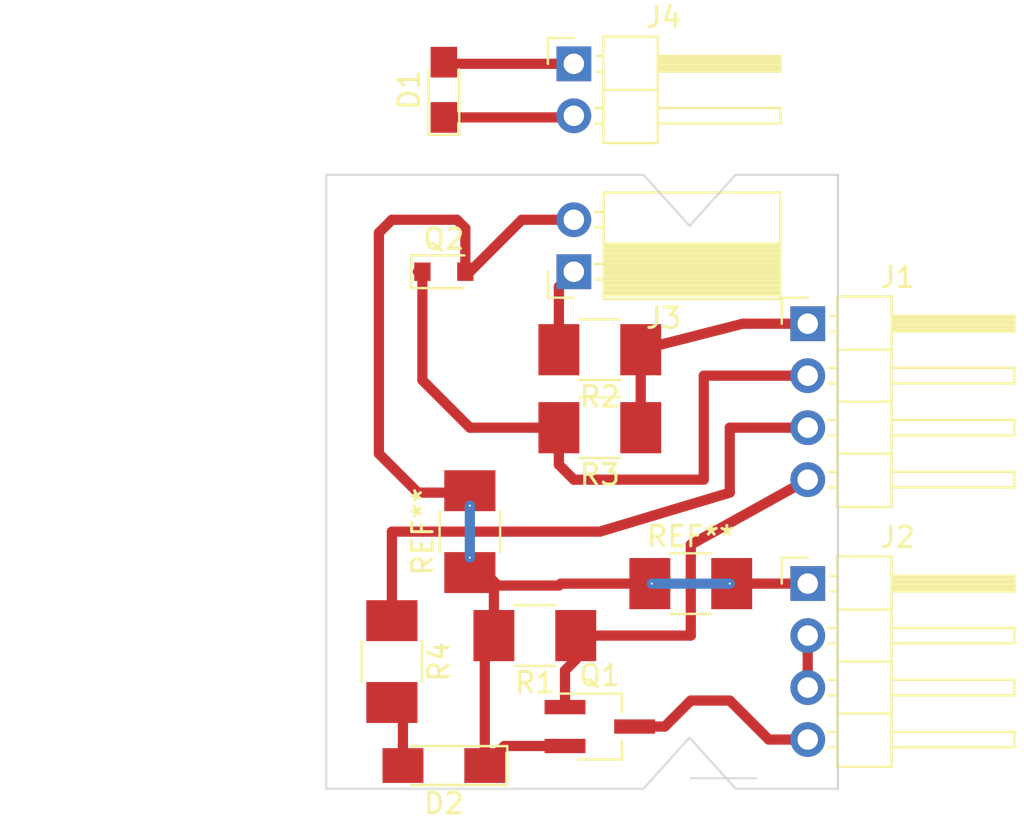
<source format=kicad_pcb>
(kicad_pcb (version 4) (host pcbnew 4.0.7)

  (general
    (links 18)
    (no_connects 0)
    (area 76.099999 84.185 145.01 128.855)
    (thickness 1.6)
    (drawings 22)
    (tracks 70)
    (zones 0)
    (modules 14)
    (nets 12)
  )

  (page A4)
  (layers
    (0 F.Cu signal)
    (31 B.Cu signal)
    (32 B.Adhes user)
    (33 F.Adhes user)
    (34 B.Paste user)
    (35 F.Paste user)
    (36 B.SilkS user)
    (37 F.SilkS user)
    (38 B.Mask user)
    (39 F.Mask user)
    (40 Dwgs.User user)
    (41 Cmts.User user)
    (42 Eco1.User user)
    (43 Eco2.User user)
    (44 Edge.Cuts user)
    (45 Margin user)
    (46 B.CrtYd user)
    (47 F.CrtYd user)
    (48 B.Fab user)
    (49 F.Fab user)
  )

  (setup
    (last_trace_width 0.5)
    (trace_clearance 0.4)
    (zone_clearance 0.508)
    (zone_45_only no)
    (trace_min 0.3)
    (segment_width 0.2)
    (edge_width 0.15)
    (via_size 0.11)
    (via_drill 0.1)
    (via_min_size 0.1)
    (via_min_drill 0.1)
    (uvia_size 0.07)
    (uvia_drill 0.05)
    (uvias_allowed no)
    (uvia_min_size 0.03)
    (uvia_min_drill 0.05)
    (pcb_text_width 0.3)
    (pcb_text_size 1.5 1.5)
    (mod_edge_width 0.15)
    (mod_text_size 1 1)
    (mod_text_width 0.15)
    (pad_size 1.524 1.524)
    (pad_drill 0.762)
    (pad_to_mask_clearance 0.2)
    (aux_axis_origin 0 0)
    (grid_origin 93.345 96.52)
    (visible_elements FFFFFF7F)
    (pcbplotparams
      (layerselection 0x00030_80000001)
      (usegerberextensions false)
      (excludeedgelayer true)
      (linewidth 0.100000)
      (plotframeref false)
      (viasonmask false)
      (mode 1)
      (useauxorigin false)
      (hpglpennumber 1)
      (hpglpenspeed 20)
      (hpglpendiameter 15)
      (hpglpenoverlay 2)
      (psnegative false)
      (psa4output false)
      (plotreference true)
      (plotvalue true)
      (plotinvisibletext false)
      (padsonsilk false)
      (subtractmaskfromsilk false)
      (outputformat 1)
      (mirror false)
      (drillshape 1)
      (scaleselection 1)
      (outputdirectory ""))
  )

  (net 0 "")
  (net 1 solenoid-)
  (net 2 unlock)
  (net 3 "Net-(D1-Pad1)")
  (net 4 "Net-(D1-Pad2)")
  (net 5 "Net-(D2-Pad2)")
  (net 6 +3V3)
  (net 7 keypresent)
  (net 8 status)
  (net 9 GNDPWR)
  (net 10 solenoid+)
  (net 11 "Net-(J3-Pad1)")

  (net_class Default "This is the default net class."
    (clearance 0.4)
    (trace_width 0.5)
    (via_dia 0.11)
    (via_drill 0.1)
    (uvia_dia 0.07)
    (uvia_drill 0.05)
    (add_net +3V3)
    (add_net GNDPWR)
    (add_net "Net-(D1-Pad1)")
    (add_net "Net-(D1-Pad2)")
    (add_net "Net-(D2-Pad2)")
    (add_net "Net-(J3-Pad1)")
    (add_net keypresent)
    (add_net solenoid+)
    (add_net solenoid-)
    (add_net status)
    (add_net unlock)
  )

  (module LEDs:LED_0805_HandSoldering (layer F.Cu) (tedit 595FCA25) (tstamp 59D9A82D)
    (at 97.79 92.71 90)
    (descr "Resistor SMD 0805, hand soldering")
    (tags "resistor 0805")
    (path /595B8197)
    (attr smd)
    (fp_text reference D1 (at 0 -1.7 90) (layer F.SilkS)
      (effects (font (size 1 1) (thickness 0.15)))
    )
    (fp_text value "IR LED" (at 0 1.75 90) (layer F.Fab)
      (effects (font (size 1 1) (thickness 0.15)))
    )
    (fp_line (start -0.4 -0.4) (end -0.4 0.4) (layer F.Fab) (width 0.1))
    (fp_line (start -0.4 0) (end 0.2 -0.4) (layer F.Fab) (width 0.1))
    (fp_line (start 0.2 0.4) (end -0.4 0) (layer F.Fab) (width 0.1))
    (fp_line (start 0.2 -0.4) (end 0.2 0.4) (layer F.Fab) (width 0.1))
    (fp_line (start -1 0.62) (end -1 -0.62) (layer F.Fab) (width 0.1))
    (fp_line (start 1 0.62) (end -1 0.62) (layer F.Fab) (width 0.1))
    (fp_line (start 1 -0.62) (end 1 0.62) (layer F.Fab) (width 0.1))
    (fp_line (start -1 -0.62) (end 1 -0.62) (layer F.Fab) (width 0.1))
    (fp_line (start 1 0.75) (end -2.2 0.75) (layer F.SilkS) (width 0.12))
    (fp_line (start -2.2 -0.75) (end 1 -0.75) (layer F.SilkS) (width 0.12))
    (fp_line (start -2.35 -0.9) (end 2.35 -0.9) (layer F.CrtYd) (width 0.05))
    (fp_line (start -2.35 -0.9) (end -2.35 0.9) (layer F.CrtYd) (width 0.05))
    (fp_line (start 2.35 0.9) (end 2.35 -0.9) (layer F.CrtYd) (width 0.05))
    (fp_line (start 2.35 0.9) (end -2.35 0.9) (layer F.CrtYd) (width 0.05))
    (fp_line (start -2.2 -0.75) (end -2.2 0.75) (layer F.SilkS) (width 0.12))
    (pad 1 smd rect (at -1.35 0 90) (size 1.5 1.3) (layers F.Cu F.Paste F.Mask)
      (net 3 "Net-(D1-Pad1)"))
    (pad 2 smd rect (at 1.35 0 90) (size 1.5 1.3) (layers F.Cu F.Paste F.Mask)
      (net 4 "Net-(D1-Pad2)"))
    (model ${KISYS3DMOD}/LEDs.3dshapes/LED_0805.wrl
      (at (xyz 0 0 0))
      (scale (xyz 1 1 1))
      (rotate (xyz 0 0 0))
    )
  )

  (module LEDs:LED_1206_HandSoldering (layer F.Cu) (tedit 595FC724) (tstamp 59D9A833)
    (at 97.79 125.73 180)
    (descr "LED SMD 1206, hand soldering")
    (tags "LED 1206")
    (path /59D3AB92)
    (attr smd)
    (fp_text reference D2 (at 0 -1.85 180) (layer F.SilkS)
      (effects (font (size 1 1) (thickness 0.15)))
    )
    (fp_text value LED (at 0 1.9 180) (layer F.Fab)
      (effects (font (size 1 1) (thickness 0.15)))
    )
    (fp_line (start -3.1 -0.95) (end -3.1 0.95) (layer F.SilkS) (width 0.12))
    (fp_line (start -0.4 0) (end 0.2 -0.4) (layer F.Fab) (width 0.1))
    (fp_line (start 0.2 -0.4) (end 0.2 0.4) (layer F.Fab) (width 0.1))
    (fp_line (start 0.2 0.4) (end -0.4 0) (layer F.Fab) (width 0.1))
    (fp_line (start -0.45 -0.4) (end -0.45 0.4) (layer F.Fab) (width 0.1))
    (fp_line (start -1.6 0.8) (end -1.6 -0.8) (layer F.Fab) (width 0.1))
    (fp_line (start 1.6 0.8) (end -1.6 0.8) (layer F.Fab) (width 0.1))
    (fp_line (start 1.6 -0.8) (end 1.6 0.8) (layer F.Fab) (width 0.1))
    (fp_line (start -1.6 -0.8) (end 1.6 -0.8) (layer F.Fab) (width 0.1))
    (fp_line (start -3.1 0.95) (end 1.6 0.95) (layer F.SilkS) (width 0.12))
    (fp_line (start -3.1 -0.95) (end 1.6 -0.95) (layer F.SilkS) (width 0.12))
    (fp_line (start -3.25 -1.11) (end 3.25 -1.11) (layer F.CrtYd) (width 0.05))
    (fp_line (start -3.25 -1.11) (end -3.25 1.1) (layer F.CrtYd) (width 0.05))
    (fp_line (start 3.25 1.1) (end 3.25 -1.11) (layer F.CrtYd) (width 0.05))
    (fp_line (start 3.25 1.1) (end -3.25 1.1) (layer F.CrtYd) (width 0.05))
    (pad 1 smd rect (at -2 0 180) (size 2 1.7) (layers F.Cu F.Paste F.Mask)
      (net 9 GNDPWR))
    (pad 2 smd rect (at 2 0 180) (size 2 1.7) (layers F.Cu F.Paste F.Mask)
      (net 5 "Net-(D2-Pad2)"))
    (model ${KISYS3DMOD}/LEDs.3dshapes/LED_1206.wrl
      (at (xyz 0 0 0))
      (scale (xyz 1 1 1))
      (rotate (xyz 0 0 180))
    )
  )

  (module Pin_Headers:Pin_Header_Angled_1x04_Pitch2.54mm (layer F.Cu) (tedit 59650532) (tstamp 59D9A880)
    (at 115.57 104.14)
    (descr "Through hole angled pin header, 1x04, 2.54mm pitch, 6mm pin length, single row")
    (tags "Through hole angled pin header THT 1x04 2.54mm single row")
    (path /59D3B2F1)
    (fp_text reference J1 (at 4.385 -2.27) (layer F.SilkS)
      (effects (font (size 1 1) (thickness 0.15)))
    )
    (fp_text value CONN_SIGNAL (at 4.385 9.89) (layer F.Fab)
      (effects (font (size 1 1) (thickness 0.15)))
    )
    (fp_line (start 2.135 -1.27) (end 4.04 -1.27) (layer F.Fab) (width 0.1))
    (fp_line (start 4.04 -1.27) (end 4.04 8.89) (layer F.Fab) (width 0.1))
    (fp_line (start 4.04 8.89) (end 1.5 8.89) (layer F.Fab) (width 0.1))
    (fp_line (start 1.5 8.89) (end 1.5 -0.635) (layer F.Fab) (width 0.1))
    (fp_line (start 1.5 -0.635) (end 2.135 -1.27) (layer F.Fab) (width 0.1))
    (fp_line (start -0.32 -0.32) (end 1.5 -0.32) (layer F.Fab) (width 0.1))
    (fp_line (start -0.32 -0.32) (end -0.32 0.32) (layer F.Fab) (width 0.1))
    (fp_line (start -0.32 0.32) (end 1.5 0.32) (layer F.Fab) (width 0.1))
    (fp_line (start 4.04 -0.32) (end 10.04 -0.32) (layer F.Fab) (width 0.1))
    (fp_line (start 10.04 -0.32) (end 10.04 0.32) (layer F.Fab) (width 0.1))
    (fp_line (start 4.04 0.32) (end 10.04 0.32) (layer F.Fab) (width 0.1))
    (fp_line (start -0.32 2.22) (end 1.5 2.22) (layer F.Fab) (width 0.1))
    (fp_line (start -0.32 2.22) (end -0.32 2.86) (layer F.Fab) (width 0.1))
    (fp_line (start -0.32 2.86) (end 1.5 2.86) (layer F.Fab) (width 0.1))
    (fp_line (start 4.04 2.22) (end 10.04 2.22) (layer F.Fab) (width 0.1))
    (fp_line (start 10.04 2.22) (end 10.04 2.86) (layer F.Fab) (width 0.1))
    (fp_line (start 4.04 2.86) (end 10.04 2.86) (layer F.Fab) (width 0.1))
    (fp_line (start -0.32 4.76) (end 1.5 4.76) (layer F.Fab) (width 0.1))
    (fp_line (start -0.32 4.76) (end -0.32 5.4) (layer F.Fab) (width 0.1))
    (fp_line (start -0.32 5.4) (end 1.5 5.4) (layer F.Fab) (width 0.1))
    (fp_line (start 4.04 4.76) (end 10.04 4.76) (layer F.Fab) (width 0.1))
    (fp_line (start 10.04 4.76) (end 10.04 5.4) (layer F.Fab) (width 0.1))
    (fp_line (start 4.04 5.4) (end 10.04 5.4) (layer F.Fab) (width 0.1))
    (fp_line (start -0.32 7.3) (end 1.5 7.3) (layer F.Fab) (width 0.1))
    (fp_line (start -0.32 7.3) (end -0.32 7.94) (layer F.Fab) (width 0.1))
    (fp_line (start -0.32 7.94) (end 1.5 7.94) (layer F.Fab) (width 0.1))
    (fp_line (start 4.04 7.3) (end 10.04 7.3) (layer F.Fab) (width 0.1))
    (fp_line (start 10.04 7.3) (end 10.04 7.94) (layer F.Fab) (width 0.1))
    (fp_line (start 4.04 7.94) (end 10.04 7.94) (layer F.Fab) (width 0.1))
    (fp_line (start 1.44 -1.33) (end 1.44 8.95) (layer F.SilkS) (width 0.12))
    (fp_line (start 1.44 8.95) (end 4.1 8.95) (layer F.SilkS) (width 0.12))
    (fp_line (start 4.1 8.95) (end 4.1 -1.33) (layer F.SilkS) (width 0.12))
    (fp_line (start 4.1 -1.33) (end 1.44 -1.33) (layer F.SilkS) (width 0.12))
    (fp_line (start 4.1 -0.38) (end 10.1 -0.38) (layer F.SilkS) (width 0.12))
    (fp_line (start 10.1 -0.38) (end 10.1 0.38) (layer F.SilkS) (width 0.12))
    (fp_line (start 10.1 0.38) (end 4.1 0.38) (layer F.SilkS) (width 0.12))
    (fp_line (start 4.1 -0.32) (end 10.1 -0.32) (layer F.SilkS) (width 0.12))
    (fp_line (start 4.1 -0.2) (end 10.1 -0.2) (layer F.SilkS) (width 0.12))
    (fp_line (start 4.1 -0.08) (end 10.1 -0.08) (layer F.SilkS) (width 0.12))
    (fp_line (start 4.1 0.04) (end 10.1 0.04) (layer F.SilkS) (width 0.12))
    (fp_line (start 4.1 0.16) (end 10.1 0.16) (layer F.SilkS) (width 0.12))
    (fp_line (start 4.1 0.28) (end 10.1 0.28) (layer F.SilkS) (width 0.12))
    (fp_line (start 1.11 -0.38) (end 1.44 -0.38) (layer F.SilkS) (width 0.12))
    (fp_line (start 1.11 0.38) (end 1.44 0.38) (layer F.SilkS) (width 0.12))
    (fp_line (start 1.44 1.27) (end 4.1 1.27) (layer F.SilkS) (width 0.12))
    (fp_line (start 4.1 2.16) (end 10.1 2.16) (layer F.SilkS) (width 0.12))
    (fp_line (start 10.1 2.16) (end 10.1 2.92) (layer F.SilkS) (width 0.12))
    (fp_line (start 10.1 2.92) (end 4.1 2.92) (layer F.SilkS) (width 0.12))
    (fp_line (start 1.042929 2.16) (end 1.44 2.16) (layer F.SilkS) (width 0.12))
    (fp_line (start 1.042929 2.92) (end 1.44 2.92) (layer F.SilkS) (width 0.12))
    (fp_line (start 1.44 3.81) (end 4.1 3.81) (layer F.SilkS) (width 0.12))
    (fp_line (start 4.1 4.7) (end 10.1 4.7) (layer F.SilkS) (width 0.12))
    (fp_line (start 10.1 4.7) (end 10.1 5.46) (layer F.SilkS) (width 0.12))
    (fp_line (start 10.1 5.46) (end 4.1 5.46) (layer F.SilkS) (width 0.12))
    (fp_line (start 1.042929 4.7) (end 1.44 4.7) (layer F.SilkS) (width 0.12))
    (fp_line (start 1.042929 5.46) (end 1.44 5.46) (layer F.SilkS) (width 0.12))
    (fp_line (start 1.44 6.35) (end 4.1 6.35) (layer F.SilkS) (width 0.12))
    (fp_line (start 4.1 7.24) (end 10.1 7.24) (layer F.SilkS) (width 0.12))
    (fp_line (start 10.1 7.24) (end 10.1 8) (layer F.SilkS) (width 0.12))
    (fp_line (start 10.1 8) (end 4.1 8) (layer F.SilkS) (width 0.12))
    (fp_line (start 1.042929 7.24) (end 1.44 7.24) (layer F.SilkS) (width 0.12))
    (fp_line (start 1.042929 8) (end 1.44 8) (layer F.SilkS) (width 0.12))
    (fp_line (start -1.27 0) (end -1.27 -1.27) (layer F.SilkS) (width 0.12))
    (fp_line (start -1.27 -1.27) (end 0 -1.27) (layer F.SilkS) (width 0.12))
    (fp_line (start -1.8 -1.8) (end -1.8 9.4) (layer F.CrtYd) (width 0.05))
    (fp_line (start -1.8 9.4) (end 10.55 9.4) (layer F.CrtYd) (width 0.05))
    (fp_line (start 10.55 9.4) (end 10.55 -1.8) (layer F.CrtYd) (width 0.05))
    (fp_line (start 10.55 -1.8) (end -1.8 -1.8) (layer F.CrtYd) (width 0.05))
    (fp_text user %R (at 2.77 3.81 90) (layer F.Fab)
      (effects (font (size 1 1) (thickness 0.15)))
    )
    (pad 1 thru_hole rect (at 0 0) (size 1.7 1.7) (drill 1) (layers *.Cu *.Mask)
      (net 6 +3V3))
    (pad 2 thru_hole oval (at 0 2.54) (size 1.7 1.7) (drill 1) (layers *.Cu *.Mask)
      (net 7 keypresent))
    (pad 3 thru_hole oval (at 0 5.08) (size 1.7 1.7) (drill 1) (layers *.Cu *.Mask)
      (net 8 status))
    (pad 4 thru_hole oval (at 0 7.62) (size 1.7 1.7) (drill 1) (layers *.Cu *.Mask)
      (net 2 unlock))
    (model ${KISYS3DMOD}/Pin_Headers.3dshapes/Pin_Header_Angled_1x04_Pitch2.54mm.wrl
      (at (xyz 0 0 0))
      (scale (xyz 1 1 1))
      (rotate (xyz 0 0 0))
    )
  )

  (module Pin_Headers:Pin_Header_Angled_1x04_Pitch2.54mm (layer F.Cu) (tedit 59650532) (tstamp 59D9A8CD)
    (at 115.57 116.84)
    (descr "Through hole angled pin header, 1x04, 2.54mm pitch, 6mm pin length, single row")
    (tags "Through hole angled pin header THT 1x04 2.54mm single row")
    (path /59CF7CC0)
    (fp_text reference J2 (at 4.385 -2.27) (layer F.SilkS)
      (effects (font (size 1 1) (thickness 0.15)))
    )
    (fp_text value CONN_POWER (at 4.385 9.89) (layer F.Fab)
      (effects (font (size 1 1) (thickness 0.15)))
    )
    (fp_line (start 2.135 -1.27) (end 4.04 -1.27) (layer F.Fab) (width 0.1))
    (fp_line (start 4.04 -1.27) (end 4.04 8.89) (layer F.Fab) (width 0.1))
    (fp_line (start 4.04 8.89) (end 1.5 8.89) (layer F.Fab) (width 0.1))
    (fp_line (start 1.5 8.89) (end 1.5 -0.635) (layer F.Fab) (width 0.1))
    (fp_line (start 1.5 -0.635) (end 2.135 -1.27) (layer F.Fab) (width 0.1))
    (fp_line (start -0.32 -0.32) (end 1.5 -0.32) (layer F.Fab) (width 0.1))
    (fp_line (start -0.32 -0.32) (end -0.32 0.32) (layer F.Fab) (width 0.1))
    (fp_line (start -0.32 0.32) (end 1.5 0.32) (layer F.Fab) (width 0.1))
    (fp_line (start 4.04 -0.32) (end 10.04 -0.32) (layer F.Fab) (width 0.1))
    (fp_line (start 10.04 -0.32) (end 10.04 0.32) (layer F.Fab) (width 0.1))
    (fp_line (start 4.04 0.32) (end 10.04 0.32) (layer F.Fab) (width 0.1))
    (fp_line (start -0.32 2.22) (end 1.5 2.22) (layer F.Fab) (width 0.1))
    (fp_line (start -0.32 2.22) (end -0.32 2.86) (layer F.Fab) (width 0.1))
    (fp_line (start -0.32 2.86) (end 1.5 2.86) (layer F.Fab) (width 0.1))
    (fp_line (start 4.04 2.22) (end 10.04 2.22) (layer F.Fab) (width 0.1))
    (fp_line (start 10.04 2.22) (end 10.04 2.86) (layer F.Fab) (width 0.1))
    (fp_line (start 4.04 2.86) (end 10.04 2.86) (layer F.Fab) (width 0.1))
    (fp_line (start -0.32 4.76) (end 1.5 4.76) (layer F.Fab) (width 0.1))
    (fp_line (start -0.32 4.76) (end -0.32 5.4) (layer F.Fab) (width 0.1))
    (fp_line (start -0.32 5.4) (end 1.5 5.4) (layer F.Fab) (width 0.1))
    (fp_line (start 4.04 4.76) (end 10.04 4.76) (layer F.Fab) (width 0.1))
    (fp_line (start 10.04 4.76) (end 10.04 5.4) (layer F.Fab) (width 0.1))
    (fp_line (start 4.04 5.4) (end 10.04 5.4) (layer F.Fab) (width 0.1))
    (fp_line (start -0.32 7.3) (end 1.5 7.3) (layer F.Fab) (width 0.1))
    (fp_line (start -0.32 7.3) (end -0.32 7.94) (layer F.Fab) (width 0.1))
    (fp_line (start -0.32 7.94) (end 1.5 7.94) (layer F.Fab) (width 0.1))
    (fp_line (start 4.04 7.3) (end 10.04 7.3) (layer F.Fab) (width 0.1))
    (fp_line (start 10.04 7.3) (end 10.04 7.94) (layer F.Fab) (width 0.1))
    (fp_line (start 4.04 7.94) (end 10.04 7.94) (layer F.Fab) (width 0.1))
    (fp_line (start 1.44 -1.33) (end 1.44 8.95) (layer F.SilkS) (width 0.12))
    (fp_line (start 1.44 8.95) (end 4.1 8.95) (layer F.SilkS) (width 0.12))
    (fp_line (start 4.1 8.95) (end 4.1 -1.33) (layer F.SilkS) (width 0.12))
    (fp_line (start 4.1 -1.33) (end 1.44 -1.33) (layer F.SilkS) (width 0.12))
    (fp_line (start 4.1 -0.38) (end 10.1 -0.38) (layer F.SilkS) (width 0.12))
    (fp_line (start 10.1 -0.38) (end 10.1 0.38) (layer F.SilkS) (width 0.12))
    (fp_line (start 10.1 0.38) (end 4.1 0.38) (layer F.SilkS) (width 0.12))
    (fp_line (start 4.1 -0.32) (end 10.1 -0.32) (layer F.SilkS) (width 0.12))
    (fp_line (start 4.1 -0.2) (end 10.1 -0.2) (layer F.SilkS) (width 0.12))
    (fp_line (start 4.1 -0.08) (end 10.1 -0.08) (layer F.SilkS) (width 0.12))
    (fp_line (start 4.1 0.04) (end 10.1 0.04) (layer F.SilkS) (width 0.12))
    (fp_line (start 4.1 0.16) (end 10.1 0.16) (layer F.SilkS) (width 0.12))
    (fp_line (start 4.1 0.28) (end 10.1 0.28) (layer F.SilkS) (width 0.12))
    (fp_line (start 1.11 -0.38) (end 1.44 -0.38) (layer F.SilkS) (width 0.12))
    (fp_line (start 1.11 0.38) (end 1.44 0.38) (layer F.SilkS) (width 0.12))
    (fp_line (start 1.44 1.27) (end 4.1 1.27) (layer F.SilkS) (width 0.12))
    (fp_line (start 4.1 2.16) (end 10.1 2.16) (layer F.SilkS) (width 0.12))
    (fp_line (start 10.1 2.16) (end 10.1 2.92) (layer F.SilkS) (width 0.12))
    (fp_line (start 10.1 2.92) (end 4.1 2.92) (layer F.SilkS) (width 0.12))
    (fp_line (start 1.042929 2.16) (end 1.44 2.16) (layer F.SilkS) (width 0.12))
    (fp_line (start 1.042929 2.92) (end 1.44 2.92) (layer F.SilkS) (width 0.12))
    (fp_line (start 1.44 3.81) (end 4.1 3.81) (layer F.SilkS) (width 0.12))
    (fp_line (start 4.1 4.7) (end 10.1 4.7) (layer F.SilkS) (width 0.12))
    (fp_line (start 10.1 4.7) (end 10.1 5.46) (layer F.SilkS) (width 0.12))
    (fp_line (start 10.1 5.46) (end 4.1 5.46) (layer F.SilkS) (width 0.12))
    (fp_line (start 1.042929 4.7) (end 1.44 4.7) (layer F.SilkS) (width 0.12))
    (fp_line (start 1.042929 5.46) (end 1.44 5.46) (layer F.SilkS) (width 0.12))
    (fp_line (start 1.44 6.35) (end 4.1 6.35) (layer F.SilkS) (width 0.12))
    (fp_line (start 4.1 7.24) (end 10.1 7.24) (layer F.SilkS) (width 0.12))
    (fp_line (start 10.1 7.24) (end 10.1 8) (layer F.SilkS) (width 0.12))
    (fp_line (start 10.1 8) (end 4.1 8) (layer F.SilkS) (width 0.12))
    (fp_line (start 1.042929 7.24) (end 1.44 7.24) (layer F.SilkS) (width 0.12))
    (fp_line (start 1.042929 8) (end 1.44 8) (layer F.SilkS) (width 0.12))
    (fp_line (start -1.27 0) (end -1.27 -1.27) (layer F.SilkS) (width 0.12))
    (fp_line (start -1.27 -1.27) (end 0 -1.27) (layer F.SilkS) (width 0.12))
    (fp_line (start -1.8 -1.8) (end -1.8 9.4) (layer F.CrtYd) (width 0.05))
    (fp_line (start -1.8 9.4) (end 10.55 9.4) (layer F.CrtYd) (width 0.05))
    (fp_line (start 10.55 9.4) (end 10.55 -1.8) (layer F.CrtYd) (width 0.05))
    (fp_line (start 10.55 -1.8) (end -1.8 -1.8) (layer F.CrtYd) (width 0.05))
    (fp_text user %R (at 2.77 3.81 90) (layer F.Fab)
      (effects (font (size 1 1) (thickness 0.15)))
    )
    (pad 1 thru_hole rect (at 0 0) (size 1.7 1.7) (drill 1) (layers *.Cu *.Mask)
      (net 9 GNDPWR))
    (pad 2 thru_hole oval (at 0 2.54) (size 1.7 1.7) (drill 1) (layers *.Cu *.Mask)
      (net 10 solenoid+))
    (pad 3 thru_hole oval (at 0 5.08) (size 1.7 1.7) (drill 1) (layers *.Cu *.Mask)
      (net 10 solenoid+))
    (pad 4 thru_hole oval (at 0 7.62) (size 1.7 1.7) (drill 1) (layers *.Cu *.Mask)
      (net 1 solenoid-))
    (model ${KISYS3DMOD}/Pin_Headers.3dshapes/Pin_Header_Angled_1x04_Pitch2.54mm.wrl
      (at (xyz 0 0 0))
      (scale (xyz 1 1 1))
      (rotate (xyz 0 0 0))
    )
  )

  (module Socket_Strips:Socket_Strip_Angled_1x02_Pitch2.54mm (layer F.Cu) (tedit 58CD5446) (tstamp 59D9A8D3)
    (at 104.14 101.6 180)
    (descr "Through hole angled socket strip, 1x02, 2.54mm pitch, 8.51mm socket length, single row")
    (tags "Through hole angled socket strip THT 1x02 2.54mm single row")
    (path /59D39A33)
    (fp_text reference J3 (at -4.38 -2.27 180) (layer F.SilkS)
      (effects (font (size 1 1) (thickness 0.15)))
    )
    (fp_text value CONN_IRBOARD (at -4.38 4.81 180) (layer F.Fab)
      (effects (font (size 1 1) (thickness 0.15)))
    )
    (fp_line (start -1.52 -1.27) (end -1.52 1.27) (layer F.Fab) (width 0.1))
    (fp_line (start -1.52 1.27) (end -10.03 1.27) (layer F.Fab) (width 0.1))
    (fp_line (start -10.03 1.27) (end -10.03 -1.27) (layer F.Fab) (width 0.1))
    (fp_line (start -10.03 -1.27) (end -1.52 -1.27) (layer F.Fab) (width 0.1))
    (fp_line (start 0 -0.32) (end 0 0.32) (layer F.Fab) (width 0.1))
    (fp_line (start 0 0.32) (end -1.52 0.32) (layer F.Fab) (width 0.1))
    (fp_line (start -1.52 0.32) (end -1.52 -0.32) (layer F.Fab) (width 0.1))
    (fp_line (start -1.52 -0.32) (end 0 -0.32) (layer F.Fab) (width 0.1))
    (fp_line (start -1.52 1.27) (end -1.52 3.81) (layer F.Fab) (width 0.1))
    (fp_line (start -1.52 3.81) (end -10.03 3.81) (layer F.Fab) (width 0.1))
    (fp_line (start -10.03 3.81) (end -10.03 1.27) (layer F.Fab) (width 0.1))
    (fp_line (start -10.03 1.27) (end -1.52 1.27) (layer F.Fab) (width 0.1))
    (fp_line (start 0 2.22) (end 0 2.86) (layer F.Fab) (width 0.1))
    (fp_line (start 0 2.86) (end -1.52 2.86) (layer F.Fab) (width 0.1))
    (fp_line (start -1.52 2.86) (end -1.52 2.22) (layer F.Fab) (width 0.1))
    (fp_line (start -1.52 2.22) (end 0 2.22) (layer F.Fab) (width 0.1))
    (fp_line (start -1.46 -1.33) (end -1.46 1.27) (layer F.SilkS) (width 0.12))
    (fp_line (start -1.46 1.27) (end -10.09 1.27) (layer F.SilkS) (width 0.12))
    (fp_line (start -10.09 1.27) (end -10.09 -1.33) (layer F.SilkS) (width 0.12))
    (fp_line (start -10.09 -1.33) (end -1.46 -1.33) (layer F.SilkS) (width 0.12))
    (fp_line (start -1.03 -0.38) (end -1.46 -0.38) (layer F.SilkS) (width 0.12))
    (fp_line (start -1.03 0.38) (end -1.46 0.38) (layer F.SilkS) (width 0.12))
    (fp_line (start -1.46 -1.15) (end -10.09 -1.15) (layer F.SilkS) (width 0.12))
    (fp_line (start -1.46 -1.03) (end -10.09 -1.03) (layer F.SilkS) (width 0.12))
    (fp_line (start -1.46 -0.91) (end -10.09 -0.91) (layer F.SilkS) (width 0.12))
    (fp_line (start -1.46 -0.79) (end -10.09 -0.79) (layer F.SilkS) (width 0.12))
    (fp_line (start -1.46 -0.67) (end -10.09 -0.67) (layer F.SilkS) (width 0.12))
    (fp_line (start -1.46 -0.55) (end -10.09 -0.55) (layer F.SilkS) (width 0.12))
    (fp_line (start -1.46 -0.43) (end -10.09 -0.43) (layer F.SilkS) (width 0.12))
    (fp_line (start -1.46 -0.31) (end -10.09 -0.31) (layer F.SilkS) (width 0.12))
    (fp_line (start -1.46 -0.19) (end -10.09 -0.19) (layer F.SilkS) (width 0.12))
    (fp_line (start -1.46 -0.07) (end -10.09 -0.07) (layer F.SilkS) (width 0.12))
    (fp_line (start -1.46 0.05) (end -10.09 0.05) (layer F.SilkS) (width 0.12))
    (fp_line (start -1.46 0.17) (end -10.09 0.17) (layer F.SilkS) (width 0.12))
    (fp_line (start -1.46 0.29) (end -10.09 0.29) (layer F.SilkS) (width 0.12))
    (fp_line (start -1.46 0.41) (end -10.09 0.41) (layer F.SilkS) (width 0.12))
    (fp_line (start -1.46 0.53) (end -10.09 0.53) (layer F.SilkS) (width 0.12))
    (fp_line (start -1.46 0.65) (end -10.09 0.65) (layer F.SilkS) (width 0.12))
    (fp_line (start -1.46 0.77) (end -10.09 0.77) (layer F.SilkS) (width 0.12))
    (fp_line (start -1.46 0.89) (end -10.09 0.89) (layer F.SilkS) (width 0.12))
    (fp_line (start -1.46 1.01) (end -10.09 1.01) (layer F.SilkS) (width 0.12))
    (fp_line (start -1.46 1.13) (end -10.09 1.13) (layer F.SilkS) (width 0.12))
    (fp_line (start -1.46 1.25) (end -10.09 1.25) (layer F.SilkS) (width 0.12))
    (fp_line (start -1.46 1.37) (end -10.09 1.37) (layer F.SilkS) (width 0.12))
    (fp_line (start -1.46 1.27) (end -1.46 3.87) (layer F.SilkS) (width 0.12))
    (fp_line (start -1.46 3.87) (end -10.09 3.87) (layer F.SilkS) (width 0.12))
    (fp_line (start -10.09 3.87) (end -10.09 1.27) (layer F.SilkS) (width 0.12))
    (fp_line (start -10.09 1.27) (end -1.46 1.27) (layer F.SilkS) (width 0.12))
    (fp_line (start -1.03 2.16) (end -1.46 2.16) (layer F.SilkS) (width 0.12))
    (fp_line (start -1.03 2.92) (end -1.46 2.92) (layer F.SilkS) (width 0.12))
    (fp_line (start 0 -1.27) (end 1.27 -1.27) (layer F.SilkS) (width 0.12))
    (fp_line (start 1.27 -1.27) (end 1.27 0) (layer F.SilkS) (width 0.12))
    (fp_line (start 1.8 -1.8) (end 1.8 4.35) (layer F.CrtYd) (width 0.05))
    (fp_line (start 1.8 4.35) (end -10.55 4.35) (layer F.CrtYd) (width 0.05))
    (fp_line (start -10.55 4.35) (end -10.55 -1.8) (layer F.CrtYd) (width 0.05))
    (fp_line (start -10.55 -1.8) (end 1.8 -1.8) (layer F.CrtYd) (width 0.05))
    (fp_text user %R (at -4.38 -2.27 180) (layer F.Fab)
      (effects (font (size 1 1) (thickness 0.15)))
    )
    (pad 1 thru_hole rect (at 0 0 180) (size 1.7 1.7) (drill 1) (layers *.Cu *.Mask)
      (net 11 "Net-(J3-Pad1)"))
    (pad 2 thru_hole oval (at 0 2.54 180) (size 1.7 1.7) (drill 1) (layers *.Cu *.Mask)
      (net 9 GNDPWR))
    (model ${KISYS3DMOD}/Socket_Strips.3dshapes/Socket_Strip_Angled_1x02_Pitch2.54mm.wrl
      (at (xyz 0 -0.05 0))
      (scale (xyz 1 1 1))
      (rotate (xyz 0 0 270))
    )
  )

  (module Pin_Headers:Pin_Header_Angled_1x02_Pitch2.54mm (layer F.Cu) (tedit 59650532) (tstamp 59D9A906)
    (at 104.14 91.44)
    (descr "Through hole angled pin header, 1x02, 2.54mm pitch, 6mm pin length, single row")
    (tags "Through hole angled pin header THT 1x02 2.54mm single row")
    (path /59D39A82)
    (fp_text reference J4 (at 4.385 -2.27) (layer F.SilkS)
      (effects (font (size 1 1) (thickness 0.15)))
    )
    (fp_text value CONN_IRLED (at 4.385 4.81) (layer F.Fab)
      (effects (font (size 1 1) (thickness 0.15)))
    )
    (fp_line (start 2.135 -1.27) (end 4.04 -1.27) (layer F.Fab) (width 0.1))
    (fp_line (start 4.04 -1.27) (end 4.04 3.81) (layer F.Fab) (width 0.1))
    (fp_line (start 4.04 3.81) (end 1.5 3.81) (layer F.Fab) (width 0.1))
    (fp_line (start 1.5 3.81) (end 1.5 -0.635) (layer F.Fab) (width 0.1))
    (fp_line (start 1.5 -0.635) (end 2.135 -1.27) (layer F.Fab) (width 0.1))
    (fp_line (start -0.32 -0.32) (end 1.5 -0.32) (layer F.Fab) (width 0.1))
    (fp_line (start -0.32 -0.32) (end -0.32 0.32) (layer F.Fab) (width 0.1))
    (fp_line (start -0.32 0.32) (end 1.5 0.32) (layer F.Fab) (width 0.1))
    (fp_line (start 4.04 -0.32) (end 10.04 -0.32) (layer F.Fab) (width 0.1))
    (fp_line (start 10.04 -0.32) (end 10.04 0.32) (layer F.Fab) (width 0.1))
    (fp_line (start 4.04 0.32) (end 10.04 0.32) (layer F.Fab) (width 0.1))
    (fp_line (start -0.32 2.22) (end 1.5 2.22) (layer F.Fab) (width 0.1))
    (fp_line (start -0.32 2.22) (end -0.32 2.86) (layer F.Fab) (width 0.1))
    (fp_line (start -0.32 2.86) (end 1.5 2.86) (layer F.Fab) (width 0.1))
    (fp_line (start 4.04 2.22) (end 10.04 2.22) (layer F.Fab) (width 0.1))
    (fp_line (start 10.04 2.22) (end 10.04 2.86) (layer F.Fab) (width 0.1))
    (fp_line (start 4.04 2.86) (end 10.04 2.86) (layer F.Fab) (width 0.1))
    (fp_line (start 1.44 -1.33) (end 1.44 3.87) (layer F.SilkS) (width 0.12))
    (fp_line (start 1.44 3.87) (end 4.1 3.87) (layer F.SilkS) (width 0.12))
    (fp_line (start 4.1 3.87) (end 4.1 -1.33) (layer F.SilkS) (width 0.12))
    (fp_line (start 4.1 -1.33) (end 1.44 -1.33) (layer F.SilkS) (width 0.12))
    (fp_line (start 4.1 -0.38) (end 10.1 -0.38) (layer F.SilkS) (width 0.12))
    (fp_line (start 10.1 -0.38) (end 10.1 0.38) (layer F.SilkS) (width 0.12))
    (fp_line (start 10.1 0.38) (end 4.1 0.38) (layer F.SilkS) (width 0.12))
    (fp_line (start 4.1 -0.32) (end 10.1 -0.32) (layer F.SilkS) (width 0.12))
    (fp_line (start 4.1 -0.2) (end 10.1 -0.2) (layer F.SilkS) (width 0.12))
    (fp_line (start 4.1 -0.08) (end 10.1 -0.08) (layer F.SilkS) (width 0.12))
    (fp_line (start 4.1 0.04) (end 10.1 0.04) (layer F.SilkS) (width 0.12))
    (fp_line (start 4.1 0.16) (end 10.1 0.16) (layer F.SilkS) (width 0.12))
    (fp_line (start 4.1 0.28) (end 10.1 0.28) (layer F.SilkS) (width 0.12))
    (fp_line (start 1.11 -0.38) (end 1.44 -0.38) (layer F.SilkS) (width 0.12))
    (fp_line (start 1.11 0.38) (end 1.44 0.38) (layer F.SilkS) (width 0.12))
    (fp_line (start 1.44 1.27) (end 4.1 1.27) (layer F.SilkS) (width 0.12))
    (fp_line (start 4.1 2.16) (end 10.1 2.16) (layer F.SilkS) (width 0.12))
    (fp_line (start 10.1 2.16) (end 10.1 2.92) (layer F.SilkS) (width 0.12))
    (fp_line (start 10.1 2.92) (end 4.1 2.92) (layer F.SilkS) (width 0.12))
    (fp_line (start 1.042929 2.16) (end 1.44 2.16) (layer F.SilkS) (width 0.12))
    (fp_line (start 1.042929 2.92) (end 1.44 2.92) (layer F.SilkS) (width 0.12))
    (fp_line (start -1.27 0) (end -1.27 -1.27) (layer F.SilkS) (width 0.12))
    (fp_line (start -1.27 -1.27) (end 0 -1.27) (layer F.SilkS) (width 0.12))
    (fp_line (start -1.8 -1.8) (end -1.8 4.35) (layer F.CrtYd) (width 0.05))
    (fp_line (start -1.8 4.35) (end 10.55 4.35) (layer F.CrtYd) (width 0.05))
    (fp_line (start 10.55 4.35) (end 10.55 -1.8) (layer F.CrtYd) (width 0.05))
    (fp_line (start 10.55 -1.8) (end -1.8 -1.8) (layer F.CrtYd) (width 0.05))
    (fp_text user %R (at 2.77 1.27 90) (layer F.Fab)
      (effects (font (size 1 1) (thickness 0.15)))
    )
    (pad 1 thru_hole rect (at 0 0) (size 1.7 1.7) (drill 1) (layers *.Cu *.Mask)
      (net 4 "Net-(D1-Pad2)"))
    (pad 2 thru_hole oval (at 0 2.54) (size 1.7 1.7) (drill 1) (layers *.Cu *.Mask)
      (net 3 "Net-(D1-Pad1)"))
    (model ${KISYS3DMOD}/Pin_Headers.3dshapes/Pin_Header_Angled_1x02_Pitch2.54mm.wrl
      (at (xyz 0 0 0))
      (scale (xyz 1 1 1))
      (rotate (xyz 0 0 0))
    )
  )

  (module Diodes_SMD:D_0805 (layer F.Cu) (tedit 590CE9A4) (tstamp 59D9A90C)
    (at 97.79 101.6)
    (descr "Diode SMD in 0805 package http://datasheets.avx.com/schottky.pdf")
    (tags "smd diode")
    (path /595B83E5)
    (attr smd)
    (fp_text reference Q2 (at 0 -1.6) (layer F.SilkS)
      (effects (font (size 1 1) (thickness 0.15)))
    )
    (fp_text value "IR PHOTOTRANS" (at 0 1.7) (layer F.Fab)
      (effects (font (size 1 1) (thickness 0.15)))
    )
    (fp_text user %R (at 0 -1.6) (layer F.Fab)
      (effects (font (size 1 1) (thickness 0.15)))
    )
    (fp_line (start -1.6 -0.8) (end -1.6 0.8) (layer F.SilkS) (width 0.12))
    (fp_line (start -1.7 0.88) (end -1.7 -0.88) (layer F.CrtYd) (width 0.05))
    (fp_line (start 1.7 0.88) (end -1.7 0.88) (layer F.CrtYd) (width 0.05))
    (fp_line (start 1.7 -0.88) (end 1.7 0.88) (layer F.CrtYd) (width 0.05))
    (fp_line (start -1.7 -0.88) (end 1.7 -0.88) (layer F.CrtYd) (width 0.05))
    (fp_line (start 0.2 0) (end 0.4 0) (layer F.Fab) (width 0.1))
    (fp_line (start -0.1 0) (end -0.3 0) (layer F.Fab) (width 0.1))
    (fp_line (start -0.1 -0.2) (end -0.1 0.2) (layer F.Fab) (width 0.1))
    (fp_line (start 0.2 0.2) (end 0.2 -0.2) (layer F.Fab) (width 0.1))
    (fp_line (start -0.1 0) (end 0.2 0.2) (layer F.Fab) (width 0.1))
    (fp_line (start 0.2 -0.2) (end -0.1 0) (layer F.Fab) (width 0.1))
    (fp_line (start -1 0.65) (end -1 -0.65) (layer F.Fab) (width 0.1))
    (fp_line (start 1 0.65) (end -1 0.65) (layer F.Fab) (width 0.1))
    (fp_line (start 1 -0.65) (end 1 0.65) (layer F.Fab) (width 0.1))
    (fp_line (start -1 -0.65) (end 1 -0.65) (layer F.Fab) (width 0.1))
    (fp_line (start -1.6 0.8) (end 1 0.8) (layer F.SilkS) (width 0.12))
    (fp_line (start -1.6 -0.8) (end 1 -0.8) (layer F.SilkS) (width 0.12))
    (pad 1 smd rect (at -1.05 0) (size 0.8 0.9) (layers F.Cu F.Paste F.Mask)
      (net 7 keypresent))
    (pad 2 smd rect (at 1.05 0) (size 0.8 0.9) (layers F.Cu F.Paste F.Mask)
      (net 9 GNDPWR))
    (model ${KISYS3DMOD}/Diodes_SMD.3dshapes/D_0805.wrl
      (at (xyz 0 0 0))
      (scale (xyz 1 1 1))
      (rotate (xyz 0 0 0))
    )
  )

  (module Resistors_SMD:R_1210_HandSoldering (layer F.Cu) (tedit 59D3AFDD) (tstamp 59D9A912)
    (at 102.235 119.38 180)
    (descr "Resistor SMD 1210, hand soldering")
    (tags "resistor 1210")
    (path /5957EABF)
    (attr smd)
    (fp_text reference R1 (at 0 -2.3 180) (layer F.SilkS)
      (effects (font (size 1 1) (thickness 0.15)))
    )
    (fp_text value 10k (at 0 2.4 180) (layer F.Fab)
      (effects (font (size 1 1) (thickness 0.15)))
    )
    (fp_text user %R (at 0 0 180) (layer F.Fab)
      (effects (font (size 0.7 0.7) (thickness 0.105)))
    )
    (fp_line (start -1.6 1.25) (end -1.6 -1.25) (layer F.Fab) (width 0.1))
    (fp_line (start 1.6 1.25) (end -1.6 1.25) (layer F.Fab) (width 0.1))
    (fp_line (start 1.6 -1.25) (end 1.6 1.25) (layer F.Fab) (width 0.1))
    (fp_line (start -1.6 -1.25) (end 1.6 -1.25) (layer F.Fab) (width 0.1))
    (fp_line (start 1 1.48) (end -1 1.48) (layer F.SilkS) (width 0.12))
    (fp_line (start -1 -1.48) (end 1 -1.48) (layer F.SilkS) (width 0.12))
    (fp_line (start -3.25 -1.5) (end 3.25 -1.5) (layer F.CrtYd) (width 0.05))
    (fp_line (start -3.25 -1.5) (end -3.25 1.5) (layer F.CrtYd) (width 0.05))
    (fp_line (start 3.25 1.5) (end 3.25 -1.5) (layer F.CrtYd) (width 0.05))
    (fp_line (start 3.25 1.5) (end -3.25 1.5) (layer F.CrtYd) (width 0.05))
    (pad 1 smd rect (at -2 0 180) (size 2 2.5) (layers F.Cu F.Paste F.Mask)
      (net 2 unlock))
    (pad 2 smd rect (at 2 0 180) (size 2 2.5) (layers F.Cu F.Paste F.Mask)
      (net 9 GNDPWR))
    (model ${KISYS3DMOD}/Resistors_SMD.3dshapes/R_1210.wrl
      (at (xyz 0 0 0))
      (scale (xyz 1 1 1))
      (rotate (xyz 0 0 0))
    )
  )

  (module Resistors_SMD:R_1210_HandSoldering (layer F.Cu) (tedit 58E0A804) (tstamp 59D9A918)
    (at 105.41 105.41 180)
    (descr "Resistor SMD 1210, hand soldering")
    (tags "resistor 1210")
    (path /595B89FB)
    (attr smd)
    (fp_text reference R2 (at 0 -2.3 180) (layer F.SilkS)
      (effects (font (size 1 1) (thickness 0.15)))
    )
    (fp_text value 47 (at 0 2.4 180) (layer F.Fab)
      (effects (font (size 1 1) (thickness 0.15)))
    )
    (fp_text user %R (at 0 0 180) (layer F.Fab)
      (effects (font (size 0.7 0.7) (thickness 0.105)))
    )
    (fp_line (start -1.6 1.25) (end -1.6 -1.25) (layer F.Fab) (width 0.1))
    (fp_line (start 1.6 1.25) (end -1.6 1.25) (layer F.Fab) (width 0.1))
    (fp_line (start 1.6 -1.25) (end 1.6 1.25) (layer F.Fab) (width 0.1))
    (fp_line (start -1.6 -1.25) (end 1.6 -1.25) (layer F.Fab) (width 0.1))
    (fp_line (start 1 1.48) (end -1 1.48) (layer F.SilkS) (width 0.12))
    (fp_line (start -1 -1.48) (end 1 -1.48) (layer F.SilkS) (width 0.12))
    (fp_line (start -3.25 -1.5) (end 3.25 -1.5) (layer F.CrtYd) (width 0.05))
    (fp_line (start -3.25 -1.5) (end -3.25 1.5) (layer F.CrtYd) (width 0.05))
    (fp_line (start 3.25 1.5) (end 3.25 -1.5) (layer F.CrtYd) (width 0.05))
    (fp_line (start 3.25 1.5) (end -3.25 1.5) (layer F.CrtYd) (width 0.05))
    (pad 1 smd rect (at -2 0 180) (size 2 2.5) (layers F.Cu F.Paste F.Mask)
      (net 6 +3V3))
    (pad 2 smd rect (at 2 0 180) (size 2 2.5) (layers F.Cu F.Paste F.Mask)
      (net 11 "Net-(J3-Pad1)"))
    (model ${KISYS3DMOD}/Resistors_SMD.3dshapes/R_1210.wrl
      (at (xyz 0 0 0))
      (scale (xyz 1 1 1))
      (rotate (xyz 0 0 0))
    )
  )

  (module Resistors_SMD:R_1210_HandSoldering (layer F.Cu) (tedit 59D3AF9A) (tstamp 59D9A91E)
    (at 105.41 109.22 180)
    (descr "Resistor SMD 1210, hand soldering")
    (tags "resistor 1210")
    (path /595B8B72)
    (attr smd)
    (fp_text reference R3 (at 0 -2.3 180) (layer F.SilkS)
      (effects (font (size 1 1) (thickness 0.15)))
    )
    (fp_text value 18k (at 0 2.4 180) (layer F.Fab)
      (effects (font (size 1 1) (thickness 0.15)))
    )
    (fp_text user %R (at 0 0 180) (layer F.Fab)
      (effects (font (size 0.7 0.7) (thickness 0.105)))
    )
    (fp_line (start -1.6 1.25) (end -1.6 -1.25) (layer F.Fab) (width 0.1))
    (fp_line (start 1.6 1.25) (end -1.6 1.25) (layer F.Fab) (width 0.1))
    (fp_line (start 1.6 -1.25) (end 1.6 1.25) (layer F.Fab) (width 0.1))
    (fp_line (start -1.6 -1.25) (end 1.6 -1.25) (layer F.Fab) (width 0.1))
    (fp_line (start 1 1.48) (end -1 1.48) (layer F.SilkS) (width 0.12))
    (fp_line (start -1 -1.48) (end 1 -1.48) (layer F.SilkS) (width 0.12))
    (fp_line (start -3.25 -1.5) (end 3.25 -1.5) (layer F.CrtYd) (width 0.05))
    (fp_line (start -3.25 -1.5) (end -3.25 1.5) (layer F.CrtYd) (width 0.05))
    (fp_line (start 3.25 1.5) (end 3.25 -1.5) (layer F.CrtYd) (width 0.05))
    (fp_line (start 3.25 1.5) (end -3.25 1.5) (layer F.CrtYd) (width 0.05))
    (pad 1 smd rect (at -2 0 180) (size 2 2.5) (layers F.Cu F.Paste F.Mask)
      (net 6 +3V3))
    (pad 2 smd rect (at 2 0 180) (size 2 2.5) (layers F.Cu F.Paste F.Mask)
      (net 7 keypresent))
    (model ${KISYS3DMOD}/Resistors_SMD.3dshapes/R_1210.wrl
      (at (xyz 0 0 0))
      (scale (xyz 1 1 1))
      (rotate (xyz 0 0 0))
    )
  )

  (module Resistors_SMD:R_1210_HandSoldering (layer F.Cu) (tedit 58E0A804) (tstamp 59D9A924)
    (at 95.25 120.65 270)
    (descr "Resistor SMD 1210, hand soldering")
    (tags "resistor 1210")
    (path /59D3AC92)
    (attr smd)
    (fp_text reference R4 (at 0 -2.3 270) (layer F.SilkS)
      (effects (font (size 1 1) (thickness 0.15)))
    )
    (fp_text value R (at 0 2.4 270) (layer F.Fab)
      (effects (font (size 1 1) (thickness 0.15)))
    )
    (fp_text user %R (at 0 0 270) (layer F.Fab)
      (effects (font (size 0.7 0.7) (thickness 0.105)))
    )
    (fp_line (start -1.6 1.25) (end -1.6 -1.25) (layer F.Fab) (width 0.1))
    (fp_line (start 1.6 1.25) (end -1.6 1.25) (layer F.Fab) (width 0.1))
    (fp_line (start 1.6 -1.25) (end 1.6 1.25) (layer F.Fab) (width 0.1))
    (fp_line (start -1.6 -1.25) (end 1.6 -1.25) (layer F.Fab) (width 0.1))
    (fp_line (start 1 1.48) (end -1 1.48) (layer F.SilkS) (width 0.12))
    (fp_line (start -1 -1.48) (end 1 -1.48) (layer F.SilkS) (width 0.12))
    (fp_line (start -3.25 -1.5) (end 3.25 -1.5) (layer F.CrtYd) (width 0.05))
    (fp_line (start -3.25 -1.5) (end -3.25 1.5) (layer F.CrtYd) (width 0.05))
    (fp_line (start 3.25 1.5) (end 3.25 -1.5) (layer F.CrtYd) (width 0.05))
    (fp_line (start 3.25 1.5) (end -3.25 1.5) (layer F.CrtYd) (width 0.05))
    (pad 1 smd rect (at -2 0 270) (size 2 2.5) (layers F.Cu F.Paste F.Mask)
      (net 8 status))
    (pad 2 smd rect (at 2 0 270) (size 2 2.5) (layers F.Cu F.Paste F.Mask)
      (net 5 "Net-(D2-Pad2)"))
    (model ${KISYS3DMOD}/Resistors_SMD.3dshapes/R_1210.wrl
      (at (xyz 0 0 0))
      (scale (xyz 1 1 1))
      (rotate (xyz 0 0 0))
    )
  )

  (module TO_SOT_Packages_SMD:SOT-23W_Handsoldering (layer F.Cu) (tedit 5997FF7E) (tstamp 59D9D131)
    (at 105.41 123.825)
    (descr "SOT-23W http://www.allegromicro.com/~/media/Files/Datasheets/A112x-Datasheet.ashx?la=en&hash=7BC461E058CC246E0BAB62433B2F1ECA104CA9D3")
    (tags "SOT-23W for handsoldering")
    (path /5957E897)
    (attr smd)
    (fp_text reference Q1 (at 0 -2.5) (layer F.SilkS)
      (effects (font (size 1 1) (thickness 0.15)))
    )
    (fp_text value PMV20XNE (at 0 2.5) (layer F.Fab)
      (effects (font (size 1 1) (thickness 0.15)))
    )
    (fp_line (start 1.075 0.7) (end 1.075 1.61) (layer F.SilkS) (width 0.12))
    (fp_line (start 1.075 -1.6) (end 1.075 -0.7) (layer F.SilkS) (width 0.12))
    (fp_line (start -2 -1.61) (end 1.075 -1.61) (layer F.SilkS) (width 0.12))
    (fp_line (start -1.075 1.61) (end 1.075 1.61) (layer F.SilkS) (width 0.12))
    (fp_text user %R (at 0 0 90) (layer F.Fab)
      (effects (font (size 0.5 0.5) (thickness 0.075)))
    )
    (fp_line (start -0.955 -0.49) (end -0.955 1.49) (layer F.Fab) (width 0.1))
    (fp_line (start 0.045 -1.49) (end 0.955 -1.49) (layer F.Fab) (width 0.1))
    (fp_line (start -0.955 -0.49) (end 0.045 -1.49) (layer F.Fab) (width 0.1))
    (fp_line (start 0.955 -1.49) (end 0.955 1.49) (layer F.Fab) (width 0.1))
    (fp_line (start -0.955 1.49) (end 0.955 1.49) (layer F.Fab) (width 0.1))
    (fp_line (start -2.95 -1.74) (end 2.95 -1.74) (layer F.CrtYd) (width 0.05))
    (fp_line (start 2.95 -1.74) (end 2.95 1.74) (layer F.CrtYd) (width 0.05))
    (fp_line (start 2.95 1.74) (end -2.95 1.74) (layer F.CrtYd) (width 0.05))
    (fp_line (start -2.95 1.74) (end -2.95 -1.74) (layer F.CrtYd) (width 0.05))
    (pad 1 smd rect (at -1.7 -0.95) (size 2 0.7) (layers F.Cu F.Paste F.Mask)
      (net 2 unlock))
    (pad 2 smd rect (at -1.7 0.95) (size 2 0.7) (layers F.Cu F.Paste F.Mask)
      (net 9 GNDPWR))
    (pad 3 smd rect (at 1.7 0) (size 2 0.7) (layers F.Cu F.Paste F.Mask)
      (net 1 solenoid-))
    (model ${KISYS3DMOD}/TO_SOT_Packages_SMD.3dshapes/SOT-23W_Handsoldering.wrl
      (at (xyz 0 0 0))
      (scale (xyz 1 1 1))
      (rotate (xyz 0 0 0))
    )
  )

  (module Resistors_SMD:R_1210_HandSoldering (layer F.Cu) (tedit 58E0A804) (tstamp 59D5441A)
    (at 109.855 116.84)
    (descr "Resistor SMD 1210, hand soldering")
    (tags "resistor 1210")
    (attr smd)
    (fp_text reference REF** (at 0 -2.3) (layer F.SilkS)
      (effects (font (size 1 1) (thickness 0.15)))
    )
    (fp_text value R_1210_HandSoldering (at 0 2.4) (layer F.Fab)
      (effects (font (size 1 1) (thickness 0.15)))
    )
    (fp_text user %R (at 0 0) (layer F.Fab)
      (effects (font (size 0.7 0.7) (thickness 0.105)))
    )
    (fp_line (start -1.6 1.25) (end -1.6 -1.25) (layer F.Fab) (width 0.1))
    (fp_line (start 1.6 1.25) (end -1.6 1.25) (layer F.Fab) (width 0.1))
    (fp_line (start 1.6 -1.25) (end 1.6 1.25) (layer F.Fab) (width 0.1))
    (fp_line (start -1.6 -1.25) (end 1.6 -1.25) (layer F.Fab) (width 0.1))
    (fp_line (start 1 1.48) (end -1 1.48) (layer F.SilkS) (width 0.12))
    (fp_line (start -1 -1.48) (end 1 -1.48) (layer F.SilkS) (width 0.12))
    (fp_line (start -3.25 -1.5) (end 3.25 -1.5) (layer F.CrtYd) (width 0.05))
    (fp_line (start -3.25 -1.5) (end -3.25 1.5) (layer F.CrtYd) (width 0.05))
    (fp_line (start 3.25 1.5) (end 3.25 -1.5) (layer F.CrtYd) (width 0.05))
    (fp_line (start 3.25 1.5) (end -3.25 1.5) (layer F.CrtYd) (width 0.05))
    (pad 1 smd rect (at -2 0) (size 2 2.5) (layers F.Cu F.Paste F.Mask))
    (pad 2 smd rect (at 2 0) (size 2 2.5) (layers F.Cu F.Paste F.Mask))
    (model ${KISYS3DMOD}/Resistors_SMD.3dshapes/R_1210.wrl
      (at (xyz 0 0 0))
      (scale (xyz 1 1 1))
      (rotate (xyz 0 0 0))
    )
  )

  (module Resistors_SMD:R_1210_HandSoldering (layer F.Cu) (tedit 58E0A804) (tstamp 59D5443B)
    (at 99.06 114.3 90)
    (descr "Resistor SMD 1210, hand soldering")
    (tags "resistor 1210")
    (attr smd)
    (fp_text reference REF** (at 0 -2.3 90) (layer F.SilkS)
      (effects (font (size 1 1) (thickness 0.15)))
    )
    (fp_text value R_1210_HandSoldering (at 0 2.4 90) (layer F.Fab)
      (effects (font (size 1 1) (thickness 0.15)))
    )
    (fp_text user %R (at 0 0 90) (layer F.Fab)
      (effects (font (size 0.7 0.7) (thickness 0.105)))
    )
    (fp_line (start -1.6 1.25) (end -1.6 -1.25) (layer F.Fab) (width 0.1))
    (fp_line (start 1.6 1.25) (end -1.6 1.25) (layer F.Fab) (width 0.1))
    (fp_line (start 1.6 -1.25) (end 1.6 1.25) (layer F.Fab) (width 0.1))
    (fp_line (start -1.6 -1.25) (end 1.6 -1.25) (layer F.Fab) (width 0.1))
    (fp_line (start 1 1.48) (end -1 1.48) (layer F.SilkS) (width 0.12))
    (fp_line (start -1 -1.48) (end 1 -1.48) (layer F.SilkS) (width 0.12))
    (fp_line (start -3.25 -1.5) (end 3.25 -1.5) (layer F.CrtYd) (width 0.05))
    (fp_line (start -3.25 -1.5) (end -3.25 1.5) (layer F.CrtYd) (width 0.05))
    (fp_line (start 3.25 1.5) (end 3.25 -1.5) (layer F.CrtYd) (width 0.05))
    (fp_line (start 3.25 1.5) (end -3.25 1.5) (layer F.CrtYd) (width 0.05))
    (pad 1 smd rect (at -2 0 90) (size 2 2.5) (layers F.Cu F.Paste F.Mask))
    (pad 2 smd rect (at 2 0 90) (size 2 2.5) (layers F.Cu F.Paste F.Mask))
    (model ${KISYS3DMOD}/Resistors_SMD.3dshapes/R_1210.wrl
      (at (xyz 0 0 0))
      (scale (xyz 1 1 1))
      (rotate (xyz 0 0 0))
    )
  )

  (dimension 37.465 (width 0.3) (layer Cmts.User)
    (gr_text "37.465 mm" (at 88.185 108.2675 90) (layer Cmts.User)
      (effects (font (size 1.5 1.5) (thickness 0.3)))
    )
    (feature1 (pts (xy 92.075 89.535) (xy 86.835 89.535)))
    (feature2 (pts (xy 92.075 127) (xy 86.835 127)))
    (crossbar (pts (xy 89.535 127) (xy 89.535 89.535)))
    (arrow1a (pts (xy 89.535 89.535) (xy 90.121421 90.661504)))
    (arrow1b (pts (xy 89.535 89.535) (xy 88.948579 90.661504)))
    (arrow2a (pts (xy 89.535 127) (xy 90.121421 125.873496)))
    (arrow2b (pts (xy 89.535 127) (xy 88.948579 125.873496)))
  )
  (gr_line (start 116.84 95.885) (end 92.075 95.885) (angle 90) (layer Eco2.User) (width 0.2))
  (gr_line (start 116.84 89.535) (end 116.84 95.885) (angle 90) (layer Eco2.User) (width 0.2))
  (gr_line (start 92.075 89.535) (end 116.84 89.535) (angle 90) (layer Eco2.User) (width 0.2))
  (gr_line (start 92.075 95.885) (end 92.075 89.535) (angle 90) (layer Eco2.User) (width 0.2))
  (gr_line (start 109.7951 124.3616) (end 112.0451 126.8616) (layer Edge.Cuts) (width 0.1))
  (gr_line (start 107.5451 126.8616) (end 109.7951 124.3616) (layer Edge.Cuts) (width 0.1))
  (gr_line (start 92.0451 126.8616) (end 107.5451 126.8616) (layer Edge.Cuts) (width 0.1))
  (gr_line (start 92.0451 96.8616) (end 92.0451 126.8616) (layer Edge.Cuts) (width 0.1))
  (gr_line (start 107.5451 96.8616) (end 92.0451 96.8616) (layer Edge.Cuts) (width 0.1))
  (gr_line (start 109.7951 99.3616) (end 107.5451 96.8616) (layer Edge.Cuts) (width 0.1))
  (gr_line (start 112.0451 96.8616) (end 109.7951 99.3616) (layer Edge.Cuts) (width 0.1))
  (gr_line (start 117.0451 96.8616) (end 112.0451 96.8616) (layer Edge.Cuts) (width 0.1))
  (gr_line (start 117.0451 126.8616) (end 117.0451 96.8616) (layer Edge.Cuts) (width 0.1))
  (gr_line (start 112.0451 126.8616) (end 117.0451 126.8616) (layer Edge.Cuts) (width 0.1))
  (gr_line (start 109.8611 126.3536) (end 113.0611 126.3536) (layer Edge.Cuts) (width 0.1))
  (gr_line (start 76.2 99.06) (end 100.33 99.06) (angle 90) (layer Cmts.User) (width 0.2))
  (gr_line (start 76.2 123.19) (end 76.2 99.06) (angle 90) (layer Cmts.User) (width 0.2))
  (gr_line (start 100.33 123.19) (end 76.2 123.19) (angle 90) (layer Cmts.User) (width 0.2))
  (gr_line (start 100.33 99.06) (end 100.33 123.19) (angle 90) (layer Cmts.User) (width 0.2))
  (dimension 24.13 (width 0.3) (layer Cmts.User)
    (gr_text "24.130 mm" (at 93.9 111.125 270) (layer Cmts.User)
      (effects (font (size 1.5 1.5) (thickness 0.3)))
    )
    (feature1 (pts (xy 100.33 123.19) (xy 92.55 123.19)))
    (feature2 (pts (xy 100.33 99.06) (xy 92.55 99.06)))
    (crossbar (pts (xy 95.25 99.06) (xy 95.25 123.19)))
    (arrow1a (pts (xy 95.25 123.19) (xy 94.663579 122.063496)))
    (arrow1b (pts (xy 95.25 123.19) (xy 95.836421 122.063496)))
    (arrow2a (pts (xy 95.25 99.06) (xy 94.663579 100.186504)))
    (arrow2b (pts (xy 95.25 99.06) (xy 95.836421 100.186504)))
  )
  (dimension 30.48 (width 0.3) (layer Cmts.User)
    (gr_text "30.480 mm" (at 101.6 95.17) (layer Cmts.User)
      (effects (font (size 1.5 1.5) (thickness 0.3)))
    )
    (feature1 (pts (xy 86.36 128.27) (xy 86.36 93.82)))
    (feature2 (pts (xy 116.84 128.27) (xy 116.84 93.82)))
    (crossbar (pts (xy 116.84 96.52) (xy 86.36 96.52)))
    (arrow1a (pts (xy 86.36 96.52) (xy 87.486504 95.933579)))
    (arrow1b (pts (xy 86.36 96.52) (xy 87.486504 97.106421)))
    (arrow2a (pts (xy 116.84 96.52) (xy 115.713496 95.933579)))
    (arrow2b (pts (xy 116.84 96.52) (xy 115.713496 97.106421)))
  )

  (segment (start 107.11 123.825) (end 108.585 123.825) (width 0.5) (layer F.Cu) (net 1))
  (segment (start 113.665 124.46) (end 115.57 124.46) (width 0.5) (layer F.Cu) (net 1) (tstamp 59D53219))
  (segment (start 111.76 122.555) (end 113.665 124.46) (width 0.5) (layer F.Cu) (net 1) (tstamp 59D53218))
  (segment (start 109.855 122.555) (end 111.76 122.555) (width 0.5) (layer F.Cu) (net 1) (tstamp 59D53217))
  (segment (start 108.585 123.825) (end 109.855 122.555) (width 0.5) (layer F.Cu) (net 1) (tstamp 59D53216))
  (segment (start 104.235 119.38) (end 104.235 120.555) (width 0.5) (layer F.Cu) (net 2))
  (segment (start 104.235 120.555) (end 103.71 121.08) (width 0.5) (layer F.Cu) (net 2) (tstamp 59D5327F))
  (segment (start 103.71 121.08) (end 103.71 122.875) (width 0.5) (layer F.Cu) (net 2) (tstamp 59D53280))
  (segment (start 103.71 122.875) (end 103.915 122.875) (width 0.5) (layer F.Cu) (net 2))
  (segment (start 115.57 111.76) (end 109.855 114.935) (width 0.5) (layer F.Cu) (net 2))
  (segment (start 109.855 119.38) (end 104.235 119.38) (width 0.5) (layer F.Cu) (net 2) (tstamp 59D50EC6) (status 20))
  (segment (start 109.855 114.935) (end 109.855 119.38) (width 0.5) (layer F.Cu) (net 2) (tstamp 59D50EC4))
  (segment (start 104.235 119.38) (end 104.775 119.38) (width 0.5) (layer F.Cu) (net 2) (status 30))
  (segment (start 103.6 122.765) (end 103.71 122.875) (width 0.5) (layer F.Cu) (net 2) (tstamp 59D9D326) (status 30))
  (segment (start 103.6 122.765) (end 103.71 122.875) (width 0.25) (layer F.Cu) (net 2) (tstamp 59D9D298) (status 30))
  (segment (start 97.79 94.06) (end 104.06 94.06) (width 0.5) (layer F.Cu) (net 3) (status 10))
  (segment (start 104.06 94.06) (end 104.14 93.98) (width 0.5) (layer F.Cu) (net 3) (tstamp 59D9D311))
  (segment (start 104.14 91.44) (end 97.87 91.44) (width 0.5) (layer F.Cu) (net 4) (status 20))
  (segment (start 97.87 91.44) (end 97.79 91.36) (width 0.5) (layer F.Cu) (net 4) (tstamp 59D9D30F) (status 30))
  (segment (start 95.79 125.73) (end 95.79 123.19) (width 0.5) (layer F.Cu) (net 5) (status 10))
  (segment (start 95.79 123.19) (end 95.25 122.65) (width 0.5) (layer F.Cu) (net 5) (tstamp 59D5024A) (status 30))
  (segment (start 107.41 109.22) (end 107.41 105.41) (width 0.5) (layer F.Cu) (net 6))
  (segment (start 107.41 105.41) (end 112.395 104.14) (width 0.5) (layer F.Cu) (net 6) (status 10))
  (segment (start 112.395 104.14) (end 115.57 104.14) (width 0.5) (layer F.Cu) (net 6) (tstamp 59D9D2E1))
  (segment (start 103.41 109.22) (end 103.41 111.03) (width 0.5) (layer F.Cu) (net 7))
  (segment (start 110.49 106.68) (end 115.57 106.68) (width 0.5) (layer F.Cu) (net 7) (tstamp 59D50E85))
  (segment (start 110.49 111.76) (end 110.49 106.68) (width 0.5) (layer F.Cu) (net 7) (tstamp 59D50E83))
  (segment (start 104.14 111.76) (end 110.49 111.76) (width 0.5) (layer F.Cu) (net 7) (tstamp 59D50E81))
  (segment (start 103.41 111.03) (end 104.14 111.76) (width 0.5) (layer F.Cu) (net 7) (tstamp 59D50E7F))
  (segment (start 96.74 101.6) (end 96.74 106.9) (width 0.5) (layer F.Cu) (net 7))
  (segment (start 99.06 109.22) (end 103.41 109.22) (width 0.5) (layer F.Cu) (net 7) (tstamp 59D50E7B))
  (segment (start 96.74 106.9) (end 99.06 109.22) (width 0.5) (layer F.Cu) (net 7) (tstamp 59D50E78))
  (segment (start 96.52 101.6) (end 96.74 101.6) (width 0.5) (layer F.Cu) (net 7) (tstamp 59D9D307) (status 30))
  (segment (start 115.57 109.22) (end 111.76 109.22) (width 0.5) (layer F.Cu) (net 8))
  (segment (start 95.25 114.3) (end 95.25 118.65) (width 0.5) (layer F.Cu) (net 8) (tstamp 59D50E9F))
  (segment (start 105.41 114.3) (end 95.25 114.3) (width 0.5) (layer F.Cu) (net 8) (tstamp 59D50E9E))
  (segment (start 111.76 112.395) (end 105.41 114.3) (width 0.5) (layer F.Cu) (net 8) (tstamp 59D50E9D))
  (segment (start 111.76 109.22) (end 111.76 112.395) (width 0.5) (layer F.Cu) (net 8) (tstamp 59D50E9C))
  (segment (start 115.57 116.84) (end 111.76 116.84) (width 0.5) (layer F.Cu) (net 9) (status 20))
  (via (at 111.76 116.84) (size 0.11) (drill 0.1) (layers F.Cu B.Cu) (net 9) (status 30))
  (segment (start 111.76 116.84) (end 107.95 116.84) (width 0.5) (layer B.Cu) (net 9) (tstamp 59D50F49))
  (segment (start 100.235 119.38) (end 100.235 116.745) (width 0.5) (layer F.Cu) (net 9))
  (segment (start 98.84 101.6) (end 98.84 99.475) (width 0.5) (layer F.Cu) (net 9))
  (segment (start 99.06 115.57) (end 100.235 116.745) (width 0.5) (layer F.Cu) (net 9) (tstamp 59D50F90))
  (via (at 99.06 115.57) (size 0.11) (drill 0.1) (layers F.Cu B.Cu) (net 9))
  (segment (start 99.06 113.03) (end 99.06 115.57) (width 0.5) (layer B.Cu) (net 9) (tstamp 59D50F8D))
  (via (at 99.06 113.03) (size 0.11) (drill 0.1) (layers F.Cu B.Cu) (net 9))
  (segment (start 99.06 112.395) (end 99.06 113.03) (width 0.5) (layer F.Cu) (net 9) (tstamp 59D50F88))
  (segment (start 96.52 112.395) (end 99.06 112.395) (width 0.5) (layer F.Cu) (net 9) (tstamp 59D50F87))
  (segment (start 94.615 110.49) (end 96.52 112.395) (width 0.5) (layer F.Cu) (net 9) (tstamp 59D50F85))
  (segment (start 94.615 99.695) (end 94.615 110.49) (width 0.5) (layer F.Cu) (net 9) (tstamp 59D50F82))
  (segment (start 95.25 99.06) (end 94.615 99.695) (width 0.5) (layer F.Cu) (net 9) (tstamp 59D50F80))
  (segment (start 98.425 99.06) (end 95.25 99.06) (width 0.5) (layer F.Cu) (net 9) (tstamp 59D50F7E))
  (segment (start 98.84 99.475) (end 98.425 99.06) (width 0.5) (layer F.Cu) (net 9) (tstamp 59D50F7D))
  (segment (start 103.505 116.84) (end 103.41 116.935) (width 0.5) (layer F.Cu) (net 9) (tstamp 59D50F4F))
  (segment (start 100.425 116.935) (end 103.41 116.935) (width 0.5) (layer F.Cu) (net 9) (tstamp 59D50F91))
  (segment (start 100.235 116.745) (end 100.425 116.935) (width 0.5) (layer F.Cu) (net 9) (tstamp 59D53284))
  (via (at 107.95 116.84) (size 0.11) (drill 0.1) (layers F.Cu B.Cu) (net 9) (status 30))
  (segment (start 107.95 116.84) (end 103.505 116.84) (width 0.5) (layer F.Cu) (net 9) (tstamp 59D50F4E) (status 10))
  (segment (start 100.235 119.38) (end 100.33 119.38) (width 0.5) (layer F.Cu) (net 9) (status 30))
  (segment (start 99.79 120.555) (end 99.79 125.73) (width 0.5) (layer F.Cu) (net 9) (tstamp 59D53214))
  (segment (start 100.33 119.38) (end 99.79 120.555) (width 0.5) (layer F.Cu) (net 9) (tstamp 59D53213) (status 10))
  (segment (start 103.71 124.775) (end 100.745 124.775) (width 0.5) (layer F.Cu) (net 9))
  (segment (start 100.745 124.775) (end 99.79 125.73) (width 0.5) (layer F.Cu) (net 9) (tstamp 59D53211))
  (segment (start 98.84 101.6) (end 99.06 101.6) (width 0.5) (layer F.Cu) (net 9))
  (segment (start 99.06 101.6) (end 101.6 99.06) (width 0.5) (layer F.Cu) (net 9) (tstamp 59D50E90))
  (segment (start 101.6 99.06) (end 104.14 99.06) (width 0.5) (layer F.Cu) (net 9) (tstamp 59D50E91))
  (segment (start 115.57 121.92) (end 115.57 119.38) (width 0.5) (layer F.Cu) (net 10))
  (segment (start 103.41 105.41) (end 103.41 102.33) (width 0.5) (layer F.Cu) (net 11))
  (segment (start 103.41 102.33) (end 104.14 101.6) (width 0.5) (layer F.Cu) (net 11) (tstamp 59D50E8D))

)

</source>
